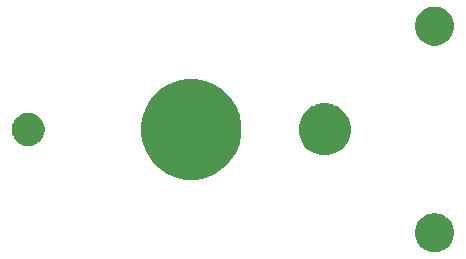
<source format=gbr>
G04 #@! TF.GenerationSoftware,KiCad,Pcbnew,5.1.5+dfsg1-2build2*
G04 #@! TF.CreationDate,2021-04-08T16:43:51-05:00*
G04 #@! TF.ProjectId,TT_GEAR_MOTOR_BRACKET,54545f47-4541-4525-9f4d-4f544f525f42,rev?*
G04 #@! TF.SameCoordinates,Original*
G04 #@! TF.FileFunction,Soldermask,Bot*
G04 #@! TF.FilePolarity,Negative*
%FSLAX46Y46*%
G04 Gerber Fmt 4.6, Leading zero omitted, Abs format (unit mm)*
G04 Created by KiCad (PCBNEW 5.1.5+dfsg1-2build2) date 2021-04-08 16:43:51*
%MOMM*%
%LPD*%
G04 APERTURE LIST*
%ADD10C,0.100000*%
G04 APERTURE END LIST*
D10*
G36*
X87175256Y-68391298D02*
G01*
X87281579Y-68412447D01*
X87582042Y-68536903D01*
X87852451Y-68717585D01*
X88082415Y-68947549D01*
X88263097Y-69217958D01*
X88387553Y-69518421D01*
X88451000Y-69837391D01*
X88451000Y-70162609D01*
X88387553Y-70481579D01*
X88263097Y-70782042D01*
X88082415Y-71052451D01*
X87852451Y-71282415D01*
X87582042Y-71463097D01*
X87281579Y-71587553D01*
X87175256Y-71608702D01*
X86962611Y-71651000D01*
X86637389Y-71651000D01*
X86424744Y-71608702D01*
X86318421Y-71587553D01*
X86017958Y-71463097D01*
X85747549Y-71282415D01*
X85517585Y-71052451D01*
X85336903Y-70782042D01*
X85212447Y-70481579D01*
X85149000Y-70162609D01*
X85149000Y-69837391D01*
X85212447Y-69518421D01*
X85336903Y-69217958D01*
X85517585Y-68947549D01*
X85747549Y-68717585D01*
X86017958Y-68536903D01*
X86318421Y-68412447D01*
X86424744Y-68391298D01*
X86637389Y-68349000D01*
X86962611Y-68349000D01*
X87175256Y-68391298D01*
G37*
G36*
X67029329Y-57080682D02*
G01*
X67439971Y-57162363D01*
X68213604Y-57482812D01*
X68909855Y-57948033D01*
X69501967Y-58540145D01*
X69967188Y-59236396D01*
X70287637Y-60010029D01*
X70451000Y-60831313D01*
X70451000Y-61668687D01*
X70287637Y-62489971D01*
X69967188Y-63263604D01*
X69501967Y-63959855D01*
X68909855Y-64551967D01*
X68213604Y-65017188D01*
X67439971Y-65337637D01*
X67029329Y-65419319D01*
X66618688Y-65501000D01*
X65781312Y-65501000D01*
X65370671Y-65419319D01*
X64960029Y-65337637D01*
X64186396Y-65017188D01*
X63490145Y-64551967D01*
X62898033Y-63959855D01*
X62432812Y-63263604D01*
X62112363Y-62489971D01*
X61949000Y-61668687D01*
X61949000Y-60831313D01*
X62112363Y-60010029D01*
X62432812Y-59236396D01*
X62898033Y-58540145D01*
X63490145Y-57948033D01*
X64186396Y-57482812D01*
X64960029Y-57162363D01*
X65370671Y-57080682D01*
X65781312Y-56999000D01*
X66618688Y-56999000D01*
X67029329Y-57080682D01*
G37*
G36*
X78142007Y-59133582D02*
G01*
X78390226Y-59236398D01*
X78542565Y-59299499D01*
X78903056Y-59540371D01*
X79209629Y-59846944D01*
X79318599Y-60010030D01*
X79450502Y-60207437D01*
X79616418Y-60607993D01*
X79701000Y-61033219D01*
X79701000Y-61466781D01*
X79616418Y-61892007D01*
X79450502Y-62292563D01*
X79450501Y-62292565D01*
X79209629Y-62653056D01*
X78903056Y-62959629D01*
X78542565Y-63200501D01*
X78542564Y-63200502D01*
X78542563Y-63200502D01*
X78142007Y-63366418D01*
X77716781Y-63451000D01*
X77283219Y-63451000D01*
X76857993Y-63366418D01*
X76457437Y-63200502D01*
X76457436Y-63200502D01*
X76457435Y-63200501D01*
X76096944Y-62959629D01*
X75790371Y-62653056D01*
X75549499Y-62292565D01*
X75549498Y-62292563D01*
X75383582Y-61892007D01*
X75299000Y-61466781D01*
X75299000Y-61033219D01*
X75383582Y-60607993D01*
X75549498Y-60207437D01*
X75681401Y-60010030D01*
X75790371Y-59846944D01*
X76096944Y-59540371D01*
X76457435Y-59299499D01*
X76609774Y-59236398D01*
X76857993Y-59133582D01*
X77283219Y-59049000D01*
X77716781Y-59049000D01*
X78142007Y-59133582D01*
G37*
G36*
X52718433Y-59884893D02*
G01*
X52808657Y-59902839D01*
X52914267Y-59946585D01*
X53063621Y-60008449D01*
X53065987Y-60010030D01*
X53293086Y-60161772D01*
X53488228Y-60356914D01*
X53590675Y-60510237D01*
X53641551Y-60586379D01*
X53747161Y-60841344D01*
X53801000Y-61112012D01*
X53801000Y-61387988D01*
X53747161Y-61658656D01*
X53641551Y-61913621D01*
X53641550Y-61913622D01*
X53488228Y-62143086D01*
X53293086Y-62338228D01*
X53139763Y-62440675D01*
X53063621Y-62491551D01*
X52914267Y-62553415D01*
X52808657Y-62597161D01*
X52718433Y-62615107D01*
X52537988Y-62651000D01*
X52262012Y-62651000D01*
X52081567Y-62615107D01*
X51991343Y-62597161D01*
X51885733Y-62553415D01*
X51736379Y-62491551D01*
X51660237Y-62440675D01*
X51506914Y-62338228D01*
X51311772Y-62143086D01*
X51158450Y-61913622D01*
X51158449Y-61913621D01*
X51052839Y-61658656D01*
X50999000Y-61387988D01*
X50999000Y-61112012D01*
X51052839Y-60841344D01*
X51158449Y-60586379D01*
X51209325Y-60510237D01*
X51311772Y-60356914D01*
X51506914Y-60161772D01*
X51734013Y-60010030D01*
X51736379Y-60008449D01*
X51885733Y-59946585D01*
X51991343Y-59902839D01*
X52081567Y-59884893D01*
X52262012Y-59849000D01*
X52537988Y-59849000D01*
X52718433Y-59884893D01*
G37*
G36*
X87175256Y-50891298D02*
G01*
X87281579Y-50912447D01*
X87582042Y-51036903D01*
X87852451Y-51217585D01*
X88082415Y-51447549D01*
X88263097Y-51717958D01*
X88387553Y-52018421D01*
X88451000Y-52337391D01*
X88451000Y-52662609D01*
X88387553Y-52981579D01*
X88263097Y-53282042D01*
X88082415Y-53552451D01*
X87852451Y-53782415D01*
X87582042Y-53963097D01*
X87281579Y-54087553D01*
X87175256Y-54108702D01*
X86962611Y-54151000D01*
X86637389Y-54151000D01*
X86424744Y-54108702D01*
X86318421Y-54087553D01*
X86017958Y-53963097D01*
X85747549Y-53782415D01*
X85517585Y-53552451D01*
X85336903Y-53282042D01*
X85212447Y-52981579D01*
X85149000Y-52662609D01*
X85149000Y-52337391D01*
X85212447Y-52018421D01*
X85336903Y-51717958D01*
X85517585Y-51447549D01*
X85747549Y-51217585D01*
X86017958Y-51036903D01*
X86318421Y-50912447D01*
X86424744Y-50891298D01*
X86637389Y-50849000D01*
X86962611Y-50849000D01*
X87175256Y-50891298D01*
G37*
M02*

</source>
